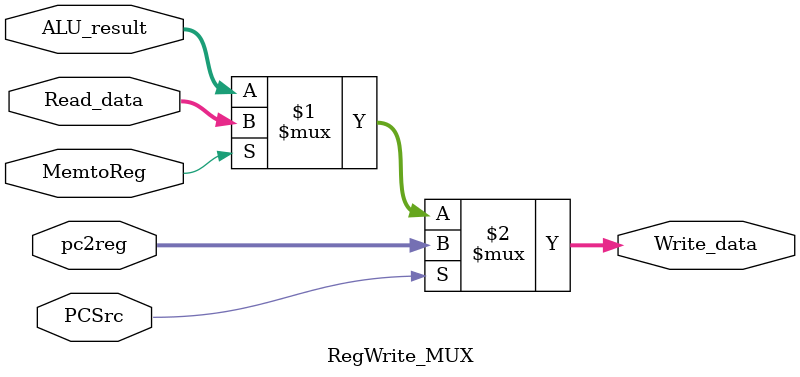
<source format=v>
`timescale 1ns/1ps

module RegWrite_MUX (
    input           MemtoReg,
    input           PCSrc,
    input   [31:0]  pc2reg,
    input   [31:0]  ALU_result,
    input   [31:0]  Read_data,
    output  [31:0]  Write_data
);
    assign Write_data = (PCSrc) ? pc2reg : (MemtoReg) ? Read_data : ALU_result;
    
endmodule

</source>
